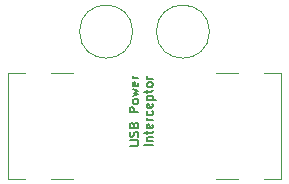
<source format=gbr>
%TF.GenerationSoftware,KiCad,Pcbnew,(5.99.0-2309-gaf729d578)*%
%TF.CreationDate,2020-08-23T01:34:44-04:00*%
%TF.ProjectId,usbpower,75736270-6f77-4657-922e-6b696361645f,rev?*%
%TF.SameCoordinates,Original*%
%TF.FileFunction,Legend,Top*%
%TF.FilePolarity,Positive*%
%FSLAX46Y46*%
G04 Gerber Fmt 4.6, Leading zero omitted, Abs format (unit mm)*
G04 Created by KiCad (PCBNEW (5.99.0-2309-gaf729d578)) date 2020-08-23 01:34:44*
%MOMM*%
%LPD*%
G01*
G04 APERTURE LIST*
%ADD10C,0.187500*%
%ADD11C,0.120000*%
G04 APERTURE END LIST*
D10*
X28485535Y-24642857D02*
X29092678Y-24642857D01*
X29164107Y-24607142D01*
X29199821Y-24571428D01*
X29235535Y-24500000D01*
X29235535Y-24357142D01*
X29199821Y-24285714D01*
X29164107Y-24250000D01*
X29092678Y-24214285D01*
X28485535Y-24214285D01*
X29199821Y-23892857D02*
X29235535Y-23785714D01*
X29235535Y-23607142D01*
X29199821Y-23535714D01*
X29164107Y-23500000D01*
X29092678Y-23464285D01*
X29021250Y-23464285D01*
X28949821Y-23500000D01*
X28914107Y-23535714D01*
X28878392Y-23607142D01*
X28842678Y-23750000D01*
X28806964Y-23821428D01*
X28771250Y-23857142D01*
X28699821Y-23892857D01*
X28628392Y-23892857D01*
X28556964Y-23857142D01*
X28521250Y-23821428D01*
X28485535Y-23750000D01*
X28485535Y-23571428D01*
X28521250Y-23464285D01*
X28842678Y-22892857D02*
X28878392Y-22785714D01*
X28914107Y-22750000D01*
X28985535Y-22714285D01*
X29092678Y-22714285D01*
X29164107Y-22750000D01*
X29199821Y-22785714D01*
X29235535Y-22857142D01*
X29235535Y-23142857D01*
X28485535Y-23142857D01*
X28485535Y-22892857D01*
X28521250Y-22821428D01*
X28556964Y-22785714D01*
X28628392Y-22750000D01*
X28699821Y-22750000D01*
X28771250Y-22785714D01*
X28806964Y-22821428D01*
X28842678Y-22892857D01*
X28842678Y-23142857D01*
X29235535Y-21821428D02*
X28485535Y-21821428D01*
X28485535Y-21535714D01*
X28521250Y-21464285D01*
X28556964Y-21428571D01*
X28628392Y-21392857D01*
X28735535Y-21392857D01*
X28806964Y-21428571D01*
X28842678Y-21464285D01*
X28878392Y-21535714D01*
X28878392Y-21821428D01*
X29235535Y-20964285D02*
X29199821Y-21035714D01*
X29164107Y-21071428D01*
X29092678Y-21107142D01*
X28878392Y-21107142D01*
X28806964Y-21071428D01*
X28771250Y-21035714D01*
X28735535Y-20964285D01*
X28735535Y-20857142D01*
X28771250Y-20785714D01*
X28806964Y-20750000D01*
X28878392Y-20714285D01*
X29092678Y-20714285D01*
X29164107Y-20750000D01*
X29199821Y-20785714D01*
X29235535Y-20857142D01*
X29235535Y-20964285D01*
X28735535Y-20464285D02*
X29235535Y-20321428D01*
X28878392Y-20178571D01*
X29235535Y-20035714D01*
X28735535Y-19892857D01*
X29199821Y-19321428D02*
X29235535Y-19392857D01*
X29235535Y-19535714D01*
X29199821Y-19607142D01*
X29128392Y-19642857D01*
X28842678Y-19642857D01*
X28771250Y-19607142D01*
X28735535Y-19535714D01*
X28735535Y-19392857D01*
X28771250Y-19321428D01*
X28842678Y-19285714D01*
X28914107Y-19285714D01*
X28985535Y-19642857D01*
X29235535Y-18964285D02*
X28735535Y-18964285D01*
X28878392Y-18964285D02*
X28806964Y-18928571D01*
X28771250Y-18892857D01*
X28735535Y-18821428D01*
X28735535Y-18750000D01*
X30443035Y-24625000D02*
X29693035Y-24625000D01*
X29943035Y-24267857D02*
X30443035Y-24267857D01*
X30014464Y-24267857D02*
X29978750Y-24232142D01*
X29943035Y-24160714D01*
X29943035Y-24053571D01*
X29978750Y-23982142D01*
X30050178Y-23946428D01*
X30443035Y-23946428D01*
X29943035Y-23696428D02*
X29943035Y-23410714D01*
X29693035Y-23589285D02*
X30335892Y-23589285D01*
X30407321Y-23553571D01*
X30443035Y-23482142D01*
X30443035Y-23410714D01*
X30407321Y-22875000D02*
X30443035Y-22946428D01*
X30443035Y-23089285D01*
X30407321Y-23160714D01*
X30335892Y-23196428D01*
X30050178Y-23196428D01*
X29978750Y-23160714D01*
X29943035Y-23089285D01*
X29943035Y-22946428D01*
X29978750Y-22875000D01*
X30050178Y-22839285D01*
X30121607Y-22839285D01*
X30193035Y-23196428D01*
X30443035Y-22517857D02*
X29943035Y-22517857D01*
X30085892Y-22517857D02*
X30014464Y-22482142D01*
X29978750Y-22446428D01*
X29943035Y-22375000D01*
X29943035Y-22303571D01*
X30407321Y-21732142D02*
X30443035Y-21803571D01*
X30443035Y-21946428D01*
X30407321Y-22017857D01*
X30371607Y-22053571D01*
X30300178Y-22089285D01*
X30085892Y-22089285D01*
X30014464Y-22053571D01*
X29978750Y-22017857D01*
X29943035Y-21946428D01*
X29943035Y-21803571D01*
X29978750Y-21732142D01*
X30407321Y-21125000D02*
X30443035Y-21196428D01*
X30443035Y-21339285D01*
X30407321Y-21410714D01*
X30335892Y-21446428D01*
X30050178Y-21446428D01*
X29978750Y-21410714D01*
X29943035Y-21339285D01*
X29943035Y-21196428D01*
X29978750Y-21125000D01*
X30050178Y-21089285D01*
X30121607Y-21089285D01*
X30193035Y-21446428D01*
X29943035Y-20767857D02*
X30693035Y-20767857D01*
X29978750Y-20767857D02*
X29943035Y-20696428D01*
X29943035Y-20553571D01*
X29978750Y-20482142D01*
X30014464Y-20446428D01*
X30085892Y-20410714D01*
X30300178Y-20410714D01*
X30371607Y-20446428D01*
X30407321Y-20482142D01*
X30443035Y-20553571D01*
X30443035Y-20696428D01*
X30407321Y-20767857D01*
X29943035Y-20196428D02*
X29943035Y-19910714D01*
X29693035Y-20089285D02*
X30335892Y-20089285D01*
X30407321Y-20053571D01*
X30443035Y-19982142D01*
X30443035Y-19910714D01*
X30443035Y-19553571D02*
X30407321Y-19625000D01*
X30371607Y-19660714D01*
X30300178Y-19696428D01*
X30085892Y-19696428D01*
X30014464Y-19660714D01*
X29978750Y-19625000D01*
X29943035Y-19553571D01*
X29943035Y-19446428D01*
X29978750Y-19375000D01*
X30014464Y-19339285D01*
X30085892Y-19303571D01*
X30300178Y-19303571D01*
X30371607Y-19339285D01*
X30407321Y-19375000D01*
X30443035Y-19446428D01*
X30443035Y-19553571D01*
X30443035Y-18982142D02*
X29943035Y-18982142D01*
X30085892Y-18982142D02*
X30014464Y-18946428D01*
X29978750Y-18910714D01*
X29943035Y-18839285D01*
X29943035Y-18767857D01*
D11*
%TO.C,TP2*%
X28750000Y-15000000D02*
G75*
G03*
X28750000Y-15000000I-2250000J0D01*
G01*
%TO.C,TP1*%
X35250000Y-15000000D02*
G75*
G03*
X35250000Y-15000000I-2250000J0D01*
G01*
%TO.C,P2*%
X23670000Y-18530000D02*
X21870000Y-18530000D01*
X18160000Y-18530000D02*
X19620000Y-18530000D01*
X18160000Y-27470000D02*
X19620000Y-27470000D01*
X23670000Y-27470000D02*
X21870000Y-27470000D01*
X18160000Y-27470000D02*
X18160000Y-18530000D01*
%TO.C,P1*%
X35830000Y-27470000D02*
X37630000Y-27470000D01*
X41340000Y-27470000D02*
X39880000Y-27470000D01*
X41340000Y-18530000D02*
X39880000Y-18530000D01*
X35830000Y-18530000D02*
X37630000Y-18530000D01*
X41340000Y-18530000D02*
X41340000Y-27470000D01*
%TD*%
M02*

</source>
